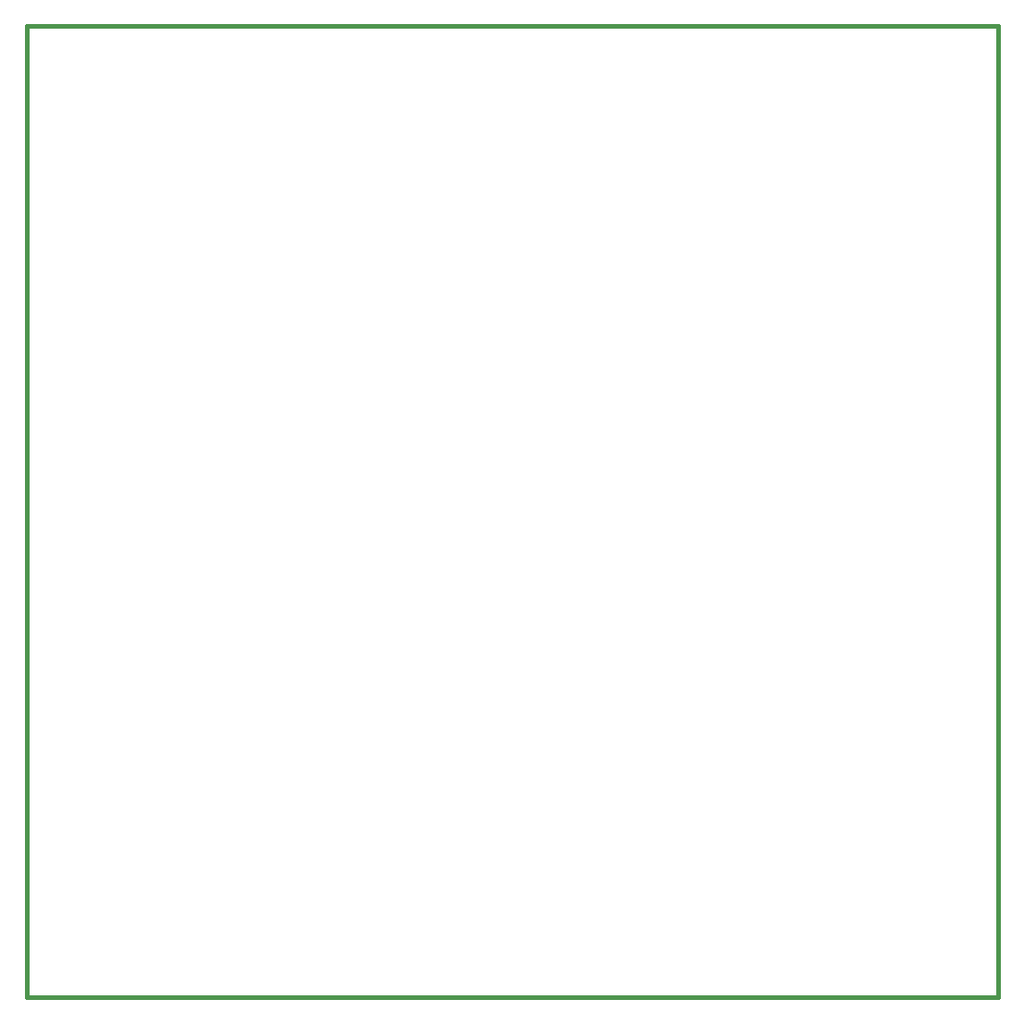
<source format=gbr>
G04 (created by PCBNEW-RS274X (2011-12-21 BZR 3253)-stable) date Fri 13 Jan 2012 10:17:21 PM MST*
G01*
G70*
G90*
%MOIN*%
G04 Gerber Fmt 3.4, Leading zero omitted, Abs format*
%FSLAX34Y34*%
G04 APERTURE LIST*
%ADD10C,0.006000*%
%ADD11C,0.015000*%
G04 APERTURE END LIST*
G54D10*
G54D11*
X11000Y-45000D02*
X11000Y-10000D01*
X46000Y-45000D02*
X11000Y-45000D01*
X46000Y-10000D02*
X46000Y-45000D01*
X11000Y-10000D02*
X46000Y-10000D01*
M02*

</source>
